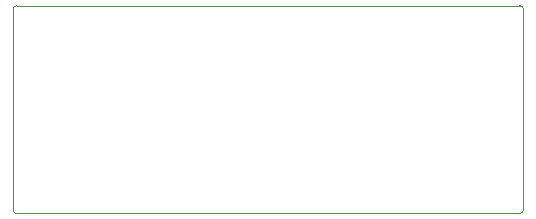
<source format=gbp>
From 44005fb02829930d2bd9567d3573802960c7089d Mon Sep 17 00:00:00 2001
From: JanHenrik <janhenrik@janhenrik.org>
Date: Sun, 17 Nov 2019 14:30:58 +0100
Subject: finalized V1.2

---
 HW v1.2/gerber/OtterPill-B_Paste.gbp | 40 ++++++++++++++++++++++++++++++++++++
 1 file changed, 40 insertions(+)
 create mode 100644 HW v1.2/gerber/OtterPill-B_Paste.gbp

(limited to 'HW v1.2/gerber/OtterPill-B_Paste.gbp')

diff --git a/HW v1.2/gerber/OtterPill-B_Paste.gbp b/HW v1.2/gerber/OtterPill-B_Paste.gbp
new file mode 100644
index 0000000..8016cf6
--- /dev/null
+++ b/HW v1.2/gerber/OtterPill-B_Paste.gbp	
@@ -0,0 +1,40 @@
+G04 #@! TF.GenerationSoftware,KiCad,Pcbnew,5.1.4+dfsg1-1*
+G04 #@! TF.CreationDate,2019-11-16T02:43:21+01:00*
+G04 #@! TF.ProjectId,OtterPill,4f747465-7250-4696-9c6c-2e6b69636164,rev?*
+G04 #@! TF.SameCoordinates,Original*
+G04 #@! TF.FileFunction,Paste,Bot*
+G04 #@! TF.FilePolarity,Positive*
+%FSLAX46Y46*%
+G04 Gerber Fmt 4.6, Leading zero omitted, Abs format (unit mm)*
+G04 Created by KiCad (PCBNEW 5.1.4+dfsg1-1) date 2019-11-16 02:43:21*
+%MOMM*%
+%LPD*%
+G04 APERTURE LIST*
+%ADD10C,0.050000*%
+G04 APERTURE END LIST*
+D10*
+X63200000Y-37100000D02*
+G75*
+G02X62900000Y-37400000I-300000J0D01*
+G01*
+X62900000Y-19800000D02*
+G75*
+G02X63200000Y-20100000I0J-300000D01*
+G01*
+X20000000Y-20100000D02*
+G75*
+G02X20300000Y-19800000I300000J0D01*
+G01*
+X20300000Y-37400000D02*
+G75*
+G02X20000000Y-37100000I0J300000D01*
+G01*
+X20000000Y-37100000D02*
+X20000000Y-20100000D01*
+X62900000Y-37400000D02*
+X20300000Y-37400000D01*
+X63200000Y-20100000D02*
+X63200000Y-37100000D01*
+X20300000Y-19800000D02*
+X62900000Y-19800000D01*
+M02*
-- 
cgit 


</source>
